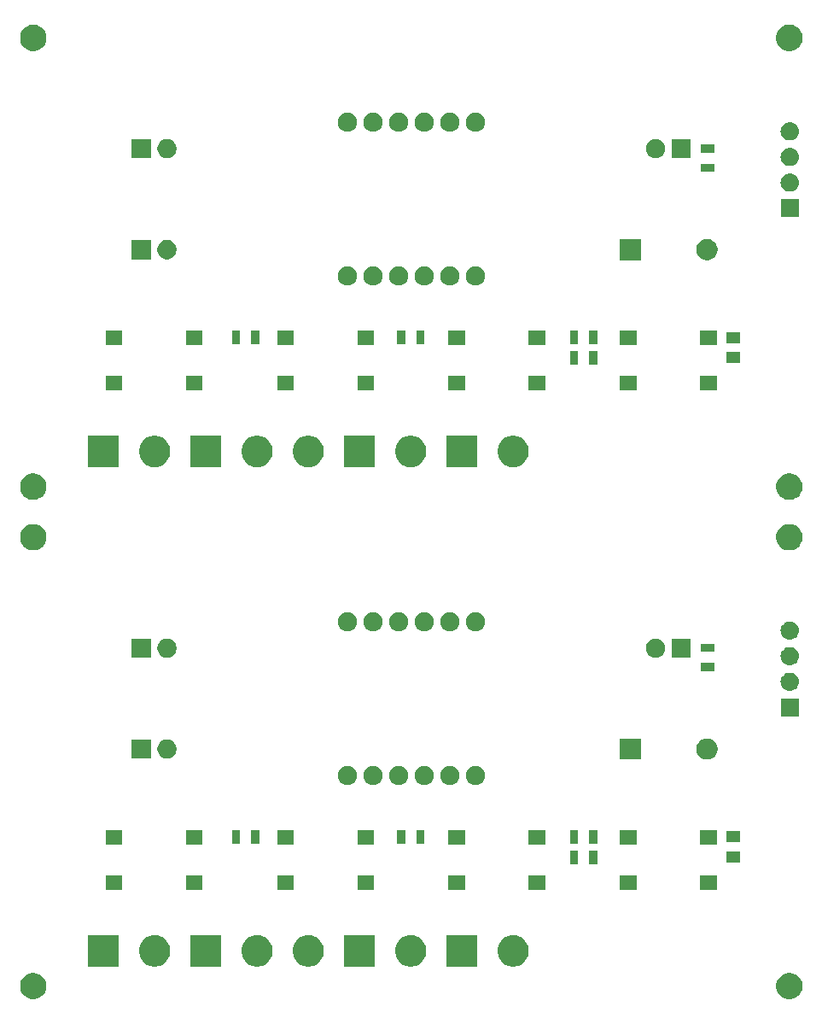
<source format=gbr>
%TF.GenerationSoftware,KiCad,Pcbnew,(5.0.1)-3*%
%TF.CreationDate,2019-02-02T04:30:43+03:00*%
%TF.ProjectId,Thermostat_V1 - Copy,546865726D6F737461745F5631202D20,rev?*%
%TF.SameCoordinates,Original*%
%TF.FileFunction,Soldermask,Bot*%
%TF.FilePolarity,Negative*%
%FSLAX46Y46*%
G04 Gerber Fmt 4.6, Leading zero omitted, Abs format (unit mm)*
G04 Created by KiCad (PCBNEW (5.0.1)-3) date 2/2/2019 4:30:43 AM*
%MOMM*%
%LPD*%
G01*
G04 APERTURE LIST*
%ADD10C,0.100000*%
G04 APERTURE END LIST*
D10*
G36*
X97879485Y-155748996D02*
X97879487Y-155748997D01*
X97879488Y-155748997D01*
X98116255Y-155847069D01*
X98329342Y-155989449D01*
X98510551Y-156170658D01*
X98652931Y-156383745D01*
X98751004Y-156620515D01*
X98801000Y-156871861D01*
X98801000Y-157128139D01*
X98751004Y-157379485D01*
X98652931Y-157616255D01*
X98510551Y-157829342D01*
X98329342Y-158010551D01*
X98329339Y-158010553D01*
X98116255Y-158152931D01*
X97879488Y-158251003D01*
X97879487Y-158251003D01*
X97879485Y-158251004D01*
X97628139Y-158301000D01*
X97371861Y-158301000D01*
X97120515Y-158251004D01*
X97120513Y-158251003D01*
X97120512Y-158251003D01*
X96883745Y-158152931D01*
X96670661Y-158010553D01*
X96670658Y-158010551D01*
X96489449Y-157829342D01*
X96347069Y-157616255D01*
X96248996Y-157379485D01*
X96199000Y-157128139D01*
X96199000Y-156871861D01*
X96248996Y-156620515D01*
X96347069Y-156383745D01*
X96489449Y-156170658D01*
X96670658Y-155989449D01*
X96883745Y-155847069D01*
X97120512Y-155748997D01*
X97120513Y-155748997D01*
X97120515Y-155748996D01*
X97371861Y-155699000D01*
X97628139Y-155699000D01*
X97879485Y-155748996D01*
X97879485Y-155748996D01*
G37*
G36*
X22879485Y-155748996D02*
X22879487Y-155748997D01*
X22879488Y-155748997D01*
X23116255Y-155847069D01*
X23329342Y-155989449D01*
X23510551Y-156170658D01*
X23652931Y-156383745D01*
X23751004Y-156620515D01*
X23801000Y-156871861D01*
X23801000Y-157128139D01*
X23751004Y-157379485D01*
X23652931Y-157616255D01*
X23510551Y-157829342D01*
X23329342Y-158010551D01*
X23329339Y-158010553D01*
X23116255Y-158152931D01*
X22879488Y-158251003D01*
X22879487Y-158251003D01*
X22879485Y-158251004D01*
X22628139Y-158301000D01*
X22371861Y-158301000D01*
X22120515Y-158251004D01*
X22120513Y-158251003D01*
X22120512Y-158251003D01*
X21883745Y-158152931D01*
X21670661Y-158010553D01*
X21670658Y-158010551D01*
X21489449Y-157829342D01*
X21347069Y-157616255D01*
X21248996Y-157379485D01*
X21199000Y-157128139D01*
X21199000Y-156871861D01*
X21248996Y-156620515D01*
X21347069Y-156383745D01*
X21489449Y-156170658D01*
X21670658Y-155989449D01*
X21883745Y-155847069D01*
X22120512Y-155748997D01*
X22120513Y-155748997D01*
X22120515Y-155748996D01*
X22371861Y-155699000D01*
X22628139Y-155699000D01*
X22879485Y-155748996D01*
X22879485Y-155748996D01*
G37*
G36*
X34896527Y-152001736D02*
X34996410Y-152021604D01*
X35278674Y-152138521D01*
X35532705Y-152308259D01*
X35748741Y-152524295D01*
X35918479Y-152778326D01*
X36035396Y-153060590D01*
X36095000Y-153360240D01*
X36095000Y-153665760D01*
X36035396Y-153965410D01*
X35918479Y-154247674D01*
X35748741Y-154501705D01*
X35532705Y-154717741D01*
X35278674Y-154887479D01*
X34996410Y-155004396D01*
X34896527Y-155024264D01*
X34696762Y-155064000D01*
X34391238Y-155064000D01*
X34191473Y-155024264D01*
X34091590Y-155004396D01*
X33809326Y-154887479D01*
X33555295Y-154717741D01*
X33339259Y-154501705D01*
X33169521Y-154247674D01*
X33052604Y-153965410D01*
X32993000Y-153665760D01*
X32993000Y-153360240D01*
X33052604Y-153060590D01*
X33169521Y-152778326D01*
X33339259Y-152524295D01*
X33555295Y-152308259D01*
X33809326Y-152138521D01*
X34091590Y-152021604D01*
X34191473Y-152001736D01*
X34391238Y-151962000D01*
X34696762Y-151962000D01*
X34896527Y-152001736D01*
X34896527Y-152001736D01*
G37*
G36*
X31015000Y-155064000D02*
X27913000Y-155064000D01*
X27913000Y-151962000D01*
X31015000Y-151962000D01*
X31015000Y-155064000D01*
X31015000Y-155064000D01*
G37*
G36*
X70456527Y-152001736D02*
X70556410Y-152021604D01*
X70838674Y-152138521D01*
X71092705Y-152308259D01*
X71308741Y-152524295D01*
X71478479Y-152778326D01*
X71595396Y-153060590D01*
X71655000Y-153360240D01*
X71655000Y-153665760D01*
X71595396Y-153965410D01*
X71478479Y-154247674D01*
X71308741Y-154501705D01*
X71092705Y-154717741D01*
X70838674Y-154887479D01*
X70556410Y-155004396D01*
X70456527Y-155024264D01*
X70256762Y-155064000D01*
X69951238Y-155064000D01*
X69751473Y-155024264D01*
X69651590Y-155004396D01*
X69369326Y-154887479D01*
X69115295Y-154717741D01*
X68899259Y-154501705D01*
X68729521Y-154247674D01*
X68612604Y-153965410D01*
X68553000Y-153665760D01*
X68553000Y-153360240D01*
X68612604Y-153060590D01*
X68729521Y-152778326D01*
X68899259Y-152524295D01*
X69115295Y-152308259D01*
X69369326Y-152138521D01*
X69651590Y-152021604D01*
X69751473Y-152001736D01*
X69951238Y-151962000D01*
X70256762Y-151962000D01*
X70456527Y-152001736D01*
X70456527Y-152001736D01*
G37*
G36*
X66575000Y-155064000D02*
X63473000Y-155064000D01*
X63473000Y-151962000D01*
X66575000Y-151962000D01*
X66575000Y-155064000D01*
X66575000Y-155064000D01*
G37*
G36*
X60296527Y-152001736D02*
X60396410Y-152021604D01*
X60678674Y-152138521D01*
X60932705Y-152308259D01*
X61148741Y-152524295D01*
X61318479Y-152778326D01*
X61435396Y-153060590D01*
X61495000Y-153360240D01*
X61495000Y-153665760D01*
X61435396Y-153965410D01*
X61318479Y-154247674D01*
X61148741Y-154501705D01*
X60932705Y-154717741D01*
X60678674Y-154887479D01*
X60396410Y-155004396D01*
X60296527Y-155024264D01*
X60096762Y-155064000D01*
X59791238Y-155064000D01*
X59591473Y-155024264D01*
X59491590Y-155004396D01*
X59209326Y-154887479D01*
X58955295Y-154717741D01*
X58739259Y-154501705D01*
X58569521Y-154247674D01*
X58452604Y-153965410D01*
X58393000Y-153665760D01*
X58393000Y-153360240D01*
X58452604Y-153060590D01*
X58569521Y-152778326D01*
X58739259Y-152524295D01*
X58955295Y-152308259D01*
X59209326Y-152138521D01*
X59491590Y-152021604D01*
X59591473Y-152001736D01*
X59791238Y-151962000D01*
X60096762Y-151962000D01*
X60296527Y-152001736D01*
X60296527Y-152001736D01*
G37*
G36*
X50136527Y-152001736D02*
X50236410Y-152021604D01*
X50518674Y-152138521D01*
X50772705Y-152308259D01*
X50988741Y-152524295D01*
X51158479Y-152778326D01*
X51275396Y-153060590D01*
X51335000Y-153360240D01*
X51335000Y-153665760D01*
X51275396Y-153965410D01*
X51158479Y-154247674D01*
X50988741Y-154501705D01*
X50772705Y-154717741D01*
X50518674Y-154887479D01*
X50236410Y-155004396D01*
X50136527Y-155024264D01*
X49936762Y-155064000D01*
X49631238Y-155064000D01*
X49431473Y-155024264D01*
X49331590Y-155004396D01*
X49049326Y-154887479D01*
X48795295Y-154717741D01*
X48579259Y-154501705D01*
X48409521Y-154247674D01*
X48292604Y-153965410D01*
X48233000Y-153665760D01*
X48233000Y-153360240D01*
X48292604Y-153060590D01*
X48409521Y-152778326D01*
X48579259Y-152524295D01*
X48795295Y-152308259D01*
X49049326Y-152138521D01*
X49331590Y-152021604D01*
X49431473Y-152001736D01*
X49631238Y-151962000D01*
X49936762Y-151962000D01*
X50136527Y-152001736D01*
X50136527Y-152001736D01*
G37*
G36*
X45056527Y-152001736D02*
X45156410Y-152021604D01*
X45438674Y-152138521D01*
X45692705Y-152308259D01*
X45908741Y-152524295D01*
X46078479Y-152778326D01*
X46195396Y-153060590D01*
X46255000Y-153360240D01*
X46255000Y-153665760D01*
X46195396Y-153965410D01*
X46078479Y-154247674D01*
X45908741Y-154501705D01*
X45692705Y-154717741D01*
X45438674Y-154887479D01*
X45156410Y-155004396D01*
X45056527Y-155024264D01*
X44856762Y-155064000D01*
X44551238Y-155064000D01*
X44351473Y-155024264D01*
X44251590Y-155004396D01*
X43969326Y-154887479D01*
X43715295Y-154717741D01*
X43499259Y-154501705D01*
X43329521Y-154247674D01*
X43212604Y-153965410D01*
X43153000Y-153665760D01*
X43153000Y-153360240D01*
X43212604Y-153060590D01*
X43329521Y-152778326D01*
X43499259Y-152524295D01*
X43715295Y-152308259D01*
X43969326Y-152138521D01*
X44251590Y-152021604D01*
X44351473Y-152001736D01*
X44551238Y-151962000D01*
X44856762Y-151962000D01*
X45056527Y-152001736D01*
X45056527Y-152001736D01*
G37*
G36*
X41175000Y-155064000D02*
X38073000Y-155064000D01*
X38073000Y-151962000D01*
X41175000Y-151962000D01*
X41175000Y-155064000D01*
X41175000Y-155064000D01*
G37*
G36*
X56415000Y-155064000D02*
X53313000Y-155064000D01*
X53313000Y-151962000D01*
X56415000Y-151962000D01*
X56415000Y-155064000D01*
X56415000Y-155064000D01*
G37*
G36*
X73306000Y-147451000D02*
X71654000Y-147451000D01*
X71654000Y-146049000D01*
X73306000Y-146049000D01*
X73306000Y-147451000D01*
X73306000Y-147451000D01*
G37*
G36*
X65346000Y-147451000D02*
X63694000Y-147451000D01*
X63694000Y-146049000D01*
X65346000Y-146049000D01*
X65346000Y-147451000D01*
X65346000Y-147451000D01*
G37*
G36*
X56306000Y-147451000D02*
X54654000Y-147451000D01*
X54654000Y-146049000D01*
X56306000Y-146049000D01*
X56306000Y-147451000D01*
X56306000Y-147451000D01*
G37*
G36*
X48346000Y-147451000D02*
X46694000Y-147451000D01*
X46694000Y-146049000D01*
X48346000Y-146049000D01*
X48346000Y-147451000D01*
X48346000Y-147451000D01*
G37*
G36*
X82346000Y-147451000D02*
X80694000Y-147451000D01*
X80694000Y-146049000D01*
X82346000Y-146049000D01*
X82346000Y-147451000D01*
X82346000Y-147451000D01*
G37*
G36*
X39306000Y-147451000D02*
X37654000Y-147451000D01*
X37654000Y-146049000D01*
X39306000Y-146049000D01*
X39306000Y-147451000D01*
X39306000Y-147451000D01*
G37*
G36*
X31346000Y-147451000D02*
X29694000Y-147451000D01*
X29694000Y-146049000D01*
X31346000Y-146049000D01*
X31346000Y-147451000D01*
X31346000Y-147451000D01*
G37*
G36*
X90306000Y-147451000D02*
X88654000Y-147451000D01*
X88654000Y-146049000D01*
X90306000Y-146049000D01*
X90306000Y-147451000D01*
X90306000Y-147451000D01*
G37*
G36*
X78440000Y-144943000D02*
X77638000Y-144943000D01*
X77638000Y-143541000D01*
X78440000Y-143541000D01*
X78440000Y-144943000D01*
X78440000Y-144943000D01*
G37*
G36*
X76540000Y-144943000D02*
X75738000Y-144943000D01*
X75738000Y-143541000D01*
X76540000Y-143541000D01*
X76540000Y-144943000D01*
X76540000Y-144943000D01*
G37*
G36*
X92624000Y-144777000D02*
X91272000Y-144777000D01*
X91272000Y-143675000D01*
X92624000Y-143675000D01*
X92624000Y-144777000D01*
X92624000Y-144777000D01*
G37*
G36*
X90306000Y-142951000D02*
X88654000Y-142951000D01*
X88654000Y-141549000D01*
X90306000Y-141549000D01*
X90306000Y-142951000D01*
X90306000Y-142951000D01*
G37*
G36*
X39306000Y-142951000D02*
X37654000Y-142951000D01*
X37654000Y-141549000D01*
X39306000Y-141549000D01*
X39306000Y-142951000D01*
X39306000Y-142951000D01*
G37*
G36*
X31346000Y-142951000D02*
X29694000Y-142951000D01*
X29694000Y-141549000D01*
X31346000Y-141549000D01*
X31346000Y-142951000D01*
X31346000Y-142951000D01*
G37*
G36*
X82346000Y-142951000D02*
X80694000Y-142951000D01*
X80694000Y-141549000D01*
X82346000Y-141549000D01*
X82346000Y-142951000D01*
X82346000Y-142951000D01*
G37*
G36*
X65346000Y-142951000D02*
X63694000Y-142951000D01*
X63694000Y-141549000D01*
X65346000Y-141549000D01*
X65346000Y-142951000D01*
X65346000Y-142951000D01*
G37*
G36*
X73306000Y-142951000D02*
X71654000Y-142951000D01*
X71654000Y-141549000D01*
X73306000Y-141549000D01*
X73306000Y-142951000D01*
X73306000Y-142951000D01*
G37*
G36*
X48346000Y-142951000D02*
X46694000Y-142951000D01*
X46694000Y-141549000D01*
X48346000Y-141549000D01*
X48346000Y-142951000D01*
X48346000Y-142951000D01*
G37*
G36*
X56306000Y-142951000D02*
X54654000Y-142951000D01*
X54654000Y-141549000D01*
X56306000Y-141549000D01*
X56306000Y-142951000D01*
X56306000Y-142951000D01*
G37*
G36*
X43012000Y-142911000D02*
X42210000Y-142911000D01*
X42210000Y-141509000D01*
X43012000Y-141509000D01*
X43012000Y-142911000D01*
X43012000Y-142911000D01*
G37*
G36*
X44912000Y-142911000D02*
X44110000Y-142911000D01*
X44110000Y-141509000D01*
X44912000Y-141509000D01*
X44912000Y-142911000D01*
X44912000Y-142911000D01*
G37*
G36*
X61295000Y-142911000D02*
X60493000Y-142911000D01*
X60493000Y-141509000D01*
X61295000Y-141509000D01*
X61295000Y-142911000D01*
X61295000Y-142911000D01*
G37*
G36*
X59395000Y-142911000D02*
X58593000Y-142911000D01*
X58593000Y-141509000D01*
X59395000Y-141509000D01*
X59395000Y-142911000D01*
X59395000Y-142911000D01*
G37*
G36*
X78440000Y-142911000D02*
X77638000Y-142911000D01*
X77638000Y-141509000D01*
X78440000Y-141509000D01*
X78440000Y-142911000D01*
X78440000Y-142911000D01*
G37*
G36*
X76540000Y-142911000D02*
X75738000Y-142911000D01*
X75738000Y-141509000D01*
X76540000Y-141509000D01*
X76540000Y-142911000D01*
X76540000Y-142911000D01*
G37*
G36*
X92624000Y-142777000D02*
X91272000Y-142777000D01*
X91272000Y-141675000D01*
X92624000Y-141675000D01*
X92624000Y-142777000D01*
X92624000Y-142777000D01*
G37*
G36*
X59007396Y-135205546D02*
X59180466Y-135277234D01*
X59336230Y-135381312D01*
X59468688Y-135513770D01*
X59572766Y-135669534D01*
X59644454Y-135842604D01*
X59681000Y-136026333D01*
X59681000Y-136213667D01*
X59644454Y-136397396D01*
X59572766Y-136570466D01*
X59468688Y-136726230D01*
X59336230Y-136858688D01*
X59180466Y-136962766D01*
X59007396Y-137034454D01*
X58823667Y-137071000D01*
X58636333Y-137071000D01*
X58452604Y-137034454D01*
X58279534Y-136962766D01*
X58123770Y-136858688D01*
X57991312Y-136726230D01*
X57887234Y-136570466D01*
X57815546Y-136397396D01*
X57779000Y-136213667D01*
X57779000Y-136026333D01*
X57815546Y-135842604D01*
X57887234Y-135669534D01*
X57991312Y-135513770D01*
X58123770Y-135381312D01*
X58279534Y-135277234D01*
X58452604Y-135205546D01*
X58636333Y-135169000D01*
X58823667Y-135169000D01*
X59007396Y-135205546D01*
X59007396Y-135205546D01*
G37*
G36*
X53927396Y-135205546D02*
X54100466Y-135277234D01*
X54256230Y-135381312D01*
X54388688Y-135513770D01*
X54492766Y-135669534D01*
X54564454Y-135842604D01*
X54601000Y-136026333D01*
X54601000Y-136213667D01*
X54564454Y-136397396D01*
X54492766Y-136570466D01*
X54388688Y-136726230D01*
X54256230Y-136858688D01*
X54100466Y-136962766D01*
X53927396Y-137034454D01*
X53743667Y-137071000D01*
X53556333Y-137071000D01*
X53372604Y-137034454D01*
X53199534Y-136962766D01*
X53043770Y-136858688D01*
X52911312Y-136726230D01*
X52807234Y-136570466D01*
X52735546Y-136397396D01*
X52699000Y-136213667D01*
X52699000Y-136026333D01*
X52735546Y-135842604D01*
X52807234Y-135669534D01*
X52911312Y-135513770D01*
X53043770Y-135381312D01*
X53199534Y-135277234D01*
X53372604Y-135205546D01*
X53556333Y-135169000D01*
X53743667Y-135169000D01*
X53927396Y-135205546D01*
X53927396Y-135205546D01*
G37*
G36*
X56467396Y-135205546D02*
X56640466Y-135277234D01*
X56796230Y-135381312D01*
X56928688Y-135513770D01*
X57032766Y-135669534D01*
X57104454Y-135842604D01*
X57141000Y-136026333D01*
X57141000Y-136213667D01*
X57104454Y-136397396D01*
X57032766Y-136570466D01*
X56928688Y-136726230D01*
X56796230Y-136858688D01*
X56640466Y-136962766D01*
X56467396Y-137034454D01*
X56283667Y-137071000D01*
X56096333Y-137071000D01*
X55912604Y-137034454D01*
X55739534Y-136962766D01*
X55583770Y-136858688D01*
X55451312Y-136726230D01*
X55347234Y-136570466D01*
X55275546Y-136397396D01*
X55239000Y-136213667D01*
X55239000Y-136026333D01*
X55275546Y-135842604D01*
X55347234Y-135669534D01*
X55451312Y-135513770D01*
X55583770Y-135381312D01*
X55739534Y-135277234D01*
X55912604Y-135205546D01*
X56096333Y-135169000D01*
X56283667Y-135169000D01*
X56467396Y-135205546D01*
X56467396Y-135205546D01*
G37*
G36*
X61547396Y-135205546D02*
X61720466Y-135277234D01*
X61876230Y-135381312D01*
X62008688Y-135513770D01*
X62112766Y-135669534D01*
X62184454Y-135842604D01*
X62221000Y-136026333D01*
X62221000Y-136213667D01*
X62184454Y-136397396D01*
X62112766Y-136570466D01*
X62008688Y-136726230D01*
X61876230Y-136858688D01*
X61720466Y-136962766D01*
X61547396Y-137034454D01*
X61363667Y-137071000D01*
X61176333Y-137071000D01*
X60992604Y-137034454D01*
X60819534Y-136962766D01*
X60663770Y-136858688D01*
X60531312Y-136726230D01*
X60427234Y-136570466D01*
X60355546Y-136397396D01*
X60319000Y-136213667D01*
X60319000Y-136026333D01*
X60355546Y-135842604D01*
X60427234Y-135669534D01*
X60531312Y-135513770D01*
X60663770Y-135381312D01*
X60819534Y-135277234D01*
X60992604Y-135205546D01*
X61176333Y-135169000D01*
X61363667Y-135169000D01*
X61547396Y-135205546D01*
X61547396Y-135205546D01*
G37*
G36*
X64087396Y-135205546D02*
X64260466Y-135277234D01*
X64416230Y-135381312D01*
X64548688Y-135513770D01*
X64652766Y-135669534D01*
X64724454Y-135842604D01*
X64761000Y-136026333D01*
X64761000Y-136213667D01*
X64724454Y-136397396D01*
X64652766Y-136570466D01*
X64548688Y-136726230D01*
X64416230Y-136858688D01*
X64260466Y-136962766D01*
X64087396Y-137034454D01*
X63903667Y-137071000D01*
X63716333Y-137071000D01*
X63532604Y-137034454D01*
X63359534Y-136962766D01*
X63203770Y-136858688D01*
X63071312Y-136726230D01*
X62967234Y-136570466D01*
X62895546Y-136397396D01*
X62859000Y-136213667D01*
X62859000Y-136026333D01*
X62895546Y-135842604D01*
X62967234Y-135669534D01*
X63071312Y-135513770D01*
X63203770Y-135381312D01*
X63359534Y-135277234D01*
X63532604Y-135205546D01*
X63716333Y-135169000D01*
X63903667Y-135169000D01*
X64087396Y-135205546D01*
X64087396Y-135205546D01*
G37*
G36*
X66627396Y-135205546D02*
X66800466Y-135277234D01*
X66956230Y-135381312D01*
X67088688Y-135513770D01*
X67192766Y-135669534D01*
X67264454Y-135842604D01*
X67301000Y-136026333D01*
X67301000Y-136213667D01*
X67264454Y-136397396D01*
X67192766Y-136570466D01*
X67088688Y-136726230D01*
X66956230Y-136858688D01*
X66800466Y-136962766D01*
X66627396Y-137034454D01*
X66443667Y-137071000D01*
X66256333Y-137071000D01*
X66072604Y-137034454D01*
X65899534Y-136962766D01*
X65743770Y-136858688D01*
X65611312Y-136726230D01*
X65507234Y-136570466D01*
X65435546Y-136397396D01*
X65399000Y-136213667D01*
X65399000Y-136026333D01*
X65435546Y-135842604D01*
X65507234Y-135669534D01*
X65611312Y-135513770D01*
X65743770Y-135381312D01*
X65899534Y-135277234D01*
X66072604Y-135205546D01*
X66256333Y-135169000D01*
X66443667Y-135169000D01*
X66627396Y-135205546D01*
X66627396Y-135205546D01*
G37*
G36*
X89631065Y-132489389D02*
X89822334Y-132568615D01*
X89994476Y-132683637D01*
X90140863Y-132830024D01*
X90255885Y-133002166D01*
X90335111Y-133193435D01*
X90375500Y-133396484D01*
X90375500Y-133603516D01*
X90335111Y-133806565D01*
X90255885Y-133997834D01*
X90140863Y-134169976D01*
X89994476Y-134316363D01*
X89822334Y-134431385D01*
X89631065Y-134510611D01*
X89428016Y-134551000D01*
X89220984Y-134551000D01*
X89017935Y-134510611D01*
X88826666Y-134431385D01*
X88654524Y-134316363D01*
X88508137Y-134169976D01*
X88393115Y-133997834D01*
X88313889Y-133806565D01*
X88273500Y-133603516D01*
X88273500Y-133396484D01*
X88313889Y-133193435D01*
X88393115Y-133002166D01*
X88508137Y-132830024D01*
X88654524Y-132683637D01*
X88826666Y-132568615D01*
X89017935Y-132489389D01*
X89220984Y-132449000D01*
X89428016Y-132449000D01*
X89631065Y-132489389D01*
X89631065Y-132489389D01*
G37*
G36*
X82775500Y-134551000D02*
X80673500Y-134551000D01*
X80673500Y-132449000D01*
X82775500Y-132449000D01*
X82775500Y-134551000D01*
X82775500Y-134551000D01*
G37*
G36*
X34181000Y-134451000D02*
X32279000Y-134451000D01*
X32279000Y-132549000D01*
X34181000Y-132549000D01*
X34181000Y-134451000D01*
X34181000Y-134451000D01*
G37*
G36*
X36047396Y-132585546D02*
X36220466Y-132657234D01*
X36376230Y-132761312D01*
X36508688Y-132893770D01*
X36612766Y-133049534D01*
X36684454Y-133222604D01*
X36721000Y-133406333D01*
X36721000Y-133593667D01*
X36684454Y-133777396D01*
X36612766Y-133950466D01*
X36508688Y-134106230D01*
X36376230Y-134238688D01*
X36220466Y-134342766D01*
X36047396Y-134414454D01*
X35863667Y-134451000D01*
X35676333Y-134451000D01*
X35492604Y-134414454D01*
X35319534Y-134342766D01*
X35163770Y-134238688D01*
X35031312Y-134106230D01*
X34927234Y-133950466D01*
X34855546Y-133777396D01*
X34819000Y-133593667D01*
X34819000Y-133406333D01*
X34855546Y-133222604D01*
X34927234Y-133049534D01*
X35031312Y-132893770D01*
X35163770Y-132761312D01*
X35319534Y-132657234D01*
X35492604Y-132585546D01*
X35676333Y-132549000D01*
X35863667Y-132549000D01*
X36047396Y-132585546D01*
X36047396Y-132585546D01*
G37*
G36*
X98437000Y-130284000D02*
X96635000Y-130284000D01*
X96635000Y-128482000D01*
X98437000Y-128482000D01*
X98437000Y-130284000D01*
X98437000Y-130284000D01*
G37*
G36*
X97646442Y-125948518D02*
X97712627Y-125955037D01*
X97825853Y-125989384D01*
X97882467Y-126006557D01*
X98021087Y-126080652D01*
X98038991Y-126090222D01*
X98074729Y-126119552D01*
X98176186Y-126202814D01*
X98259448Y-126304271D01*
X98288778Y-126340009D01*
X98288779Y-126340011D01*
X98372443Y-126496533D01*
X98372443Y-126496534D01*
X98423963Y-126666373D01*
X98441359Y-126843000D01*
X98423963Y-127019627D01*
X98389616Y-127132853D01*
X98372443Y-127189467D01*
X98298348Y-127328087D01*
X98288778Y-127345991D01*
X98259448Y-127381729D01*
X98176186Y-127483186D01*
X98074729Y-127566448D01*
X98038991Y-127595778D01*
X98038989Y-127595779D01*
X97882467Y-127679443D01*
X97825853Y-127696616D01*
X97712627Y-127730963D01*
X97646442Y-127737482D01*
X97580260Y-127744000D01*
X97491740Y-127744000D01*
X97425558Y-127737482D01*
X97359373Y-127730963D01*
X97246147Y-127696616D01*
X97189533Y-127679443D01*
X97033011Y-127595779D01*
X97033009Y-127595778D01*
X96997271Y-127566448D01*
X96895814Y-127483186D01*
X96812552Y-127381729D01*
X96783222Y-127345991D01*
X96773652Y-127328087D01*
X96699557Y-127189467D01*
X96682384Y-127132853D01*
X96648037Y-127019627D01*
X96630641Y-126843000D01*
X96648037Y-126666373D01*
X96699557Y-126496534D01*
X96699557Y-126496533D01*
X96783221Y-126340011D01*
X96783222Y-126340009D01*
X96812552Y-126304271D01*
X96895814Y-126202814D01*
X96997271Y-126119552D01*
X97033009Y-126090222D01*
X97050913Y-126080652D01*
X97189533Y-126006557D01*
X97246147Y-125989384D01*
X97359373Y-125955037D01*
X97425558Y-125948518D01*
X97491740Y-125942000D01*
X97580260Y-125942000D01*
X97646442Y-125948518D01*
X97646442Y-125948518D01*
G37*
G36*
X90109000Y-125781000D02*
X88707000Y-125781000D01*
X88707000Y-124979000D01*
X90109000Y-124979000D01*
X90109000Y-125781000D01*
X90109000Y-125781000D01*
G37*
G36*
X97624273Y-123406335D02*
X97712627Y-123415037D01*
X97825853Y-123449384D01*
X97882467Y-123466557D01*
X98021087Y-123540652D01*
X98038991Y-123550222D01*
X98074729Y-123579552D01*
X98176186Y-123662814D01*
X98259448Y-123764271D01*
X98288778Y-123800009D01*
X98288779Y-123800011D01*
X98372443Y-123956533D01*
X98372443Y-123956534D01*
X98423963Y-124126373D01*
X98441359Y-124303000D01*
X98423963Y-124479627D01*
X98389616Y-124592853D01*
X98372443Y-124649467D01*
X98298348Y-124788087D01*
X98288778Y-124805991D01*
X98259448Y-124841729D01*
X98176186Y-124943186D01*
X98074729Y-125026448D01*
X98038991Y-125055778D01*
X98038989Y-125055779D01*
X97882467Y-125139443D01*
X97825853Y-125156616D01*
X97712627Y-125190963D01*
X97646443Y-125197481D01*
X97580260Y-125204000D01*
X97491740Y-125204000D01*
X97425557Y-125197481D01*
X97359373Y-125190963D01*
X97246147Y-125156616D01*
X97189533Y-125139443D01*
X97033011Y-125055779D01*
X97033009Y-125055778D01*
X96997271Y-125026448D01*
X96895814Y-124943186D01*
X96812552Y-124841729D01*
X96783222Y-124805991D01*
X96773652Y-124788087D01*
X96699557Y-124649467D01*
X96682384Y-124592853D01*
X96648037Y-124479627D01*
X96630641Y-124303000D01*
X96648037Y-124126373D01*
X96699557Y-123956534D01*
X96699557Y-123956533D01*
X96783221Y-123800011D01*
X96783222Y-123800009D01*
X96812552Y-123764271D01*
X96895814Y-123662814D01*
X96997271Y-123579552D01*
X97033009Y-123550222D01*
X97050913Y-123540652D01*
X97189533Y-123466557D01*
X97246147Y-123449384D01*
X97359373Y-123415037D01*
X97447727Y-123406335D01*
X97491740Y-123402000D01*
X97580260Y-123402000D01*
X97624273Y-123406335D01*
X97624273Y-123406335D01*
G37*
G36*
X36047396Y-122585546D02*
X36220466Y-122657234D01*
X36376230Y-122761312D01*
X36508688Y-122893770D01*
X36612766Y-123049534D01*
X36684454Y-123222604D01*
X36721000Y-123406333D01*
X36721000Y-123593667D01*
X36684454Y-123777396D01*
X36612766Y-123950466D01*
X36508688Y-124106230D01*
X36376230Y-124238688D01*
X36220466Y-124342766D01*
X36047396Y-124414454D01*
X35863667Y-124451000D01*
X35676333Y-124451000D01*
X35492604Y-124414454D01*
X35319534Y-124342766D01*
X35163770Y-124238688D01*
X35031312Y-124106230D01*
X34927234Y-123950466D01*
X34855546Y-123777396D01*
X34819000Y-123593667D01*
X34819000Y-123406333D01*
X34855546Y-123222604D01*
X34927234Y-123049534D01*
X35031312Y-122893770D01*
X35163770Y-122761312D01*
X35319534Y-122657234D01*
X35492604Y-122585546D01*
X35676333Y-122549000D01*
X35863667Y-122549000D01*
X36047396Y-122585546D01*
X36047396Y-122585546D01*
G37*
G36*
X87721000Y-124451000D02*
X85819000Y-124451000D01*
X85819000Y-122549000D01*
X87721000Y-122549000D01*
X87721000Y-124451000D01*
X87721000Y-124451000D01*
G37*
G36*
X34181000Y-124451000D02*
X32279000Y-124451000D01*
X32279000Y-122549000D01*
X34181000Y-122549000D01*
X34181000Y-124451000D01*
X34181000Y-124451000D01*
G37*
G36*
X84507396Y-122585546D02*
X84680466Y-122657234D01*
X84836230Y-122761312D01*
X84968688Y-122893770D01*
X85072766Y-123049534D01*
X85144454Y-123222604D01*
X85181000Y-123406333D01*
X85181000Y-123593667D01*
X85144454Y-123777396D01*
X85072766Y-123950466D01*
X84968688Y-124106230D01*
X84836230Y-124238688D01*
X84680466Y-124342766D01*
X84507396Y-124414454D01*
X84323667Y-124451000D01*
X84136333Y-124451000D01*
X83952604Y-124414454D01*
X83779534Y-124342766D01*
X83623770Y-124238688D01*
X83491312Y-124106230D01*
X83387234Y-123950466D01*
X83315546Y-123777396D01*
X83279000Y-123593667D01*
X83279000Y-123406333D01*
X83315546Y-123222604D01*
X83387234Y-123049534D01*
X83491312Y-122893770D01*
X83623770Y-122761312D01*
X83779534Y-122657234D01*
X83952604Y-122585546D01*
X84136333Y-122549000D01*
X84323667Y-122549000D01*
X84507396Y-122585546D01*
X84507396Y-122585546D01*
G37*
G36*
X90109000Y-123881000D02*
X88707000Y-123881000D01*
X88707000Y-123079000D01*
X90109000Y-123079000D01*
X90109000Y-123881000D01*
X90109000Y-123881000D01*
G37*
G36*
X97646443Y-120868519D02*
X97712627Y-120875037D01*
X97825853Y-120909384D01*
X97882467Y-120926557D01*
X97970602Y-120973667D01*
X98038991Y-121010222D01*
X98074729Y-121039552D01*
X98176186Y-121122814D01*
X98259448Y-121224271D01*
X98288778Y-121260009D01*
X98288779Y-121260011D01*
X98372443Y-121416533D01*
X98372443Y-121416534D01*
X98423963Y-121586373D01*
X98441359Y-121763000D01*
X98423963Y-121939627D01*
X98389616Y-122052853D01*
X98372443Y-122109467D01*
X98298348Y-122248087D01*
X98288778Y-122265991D01*
X98259448Y-122301729D01*
X98176186Y-122403186D01*
X98074729Y-122486448D01*
X98038991Y-122515778D01*
X98038989Y-122515779D01*
X97882467Y-122599443D01*
X97825853Y-122616616D01*
X97712627Y-122650963D01*
X97648955Y-122657234D01*
X97580260Y-122664000D01*
X97491740Y-122664000D01*
X97423045Y-122657234D01*
X97359373Y-122650963D01*
X97246147Y-122616616D01*
X97189533Y-122599443D01*
X97033011Y-122515779D01*
X97033009Y-122515778D01*
X96997271Y-122486448D01*
X96895814Y-122403186D01*
X96812552Y-122301729D01*
X96783222Y-122265991D01*
X96773652Y-122248087D01*
X96699557Y-122109467D01*
X96682384Y-122052853D01*
X96648037Y-121939627D01*
X96630641Y-121763000D01*
X96648037Y-121586373D01*
X96699557Y-121416534D01*
X96699557Y-121416533D01*
X96783221Y-121260011D01*
X96783222Y-121260009D01*
X96812552Y-121224271D01*
X96895814Y-121122814D01*
X96997271Y-121039552D01*
X97033009Y-121010222D01*
X97101398Y-120973667D01*
X97189533Y-120926557D01*
X97246147Y-120909384D01*
X97359373Y-120875037D01*
X97425557Y-120868519D01*
X97491740Y-120862000D01*
X97580260Y-120862000D01*
X97646443Y-120868519D01*
X97646443Y-120868519D01*
G37*
G36*
X66627396Y-119965546D02*
X66800466Y-120037234D01*
X66956230Y-120141312D01*
X67088688Y-120273770D01*
X67192766Y-120429534D01*
X67264454Y-120602604D01*
X67301000Y-120786333D01*
X67301000Y-120973667D01*
X67264454Y-121157396D01*
X67192766Y-121330466D01*
X67088688Y-121486230D01*
X66956230Y-121618688D01*
X66800466Y-121722766D01*
X66627396Y-121794454D01*
X66443667Y-121831000D01*
X66256333Y-121831000D01*
X66072604Y-121794454D01*
X65899534Y-121722766D01*
X65743770Y-121618688D01*
X65611312Y-121486230D01*
X65507234Y-121330466D01*
X65435546Y-121157396D01*
X65399000Y-120973667D01*
X65399000Y-120786333D01*
X65435546Y-120602604D01*
X65507234Y-120429534D01*
X65611312Y-120273770D01*
X65743770Y-120141312D01*
X65899534Y-120037234D01*
X66072604Y-119965546D01*
X66256333Y-119929000D01*
X66443667Y-119929000D01*
X66627396Y-119965546D01*
X66627396Y-119965546D01*
G37*
G36*
X53927396Y-119965546D02*
X54100466Y-120037234D01*
X54256230Y-120141312D01*
X54388688Y-120273770D01*
X54492766Y-120429534D01*
X54564454Y-120602604D01*
X54601000Y-120786333D01*
X54601000Y-120973667D01*
X54564454Y-121157396D01*
X54492766Y-121330466D01*
X54388688Y-121486230D01*
X54256230Y-121618688D01*
X54100466Y-121722766D01*
X53927396Y-121794454D01*
X53743667Y-121831000D01*
X53556333Y-121831000D01*
X53372604Y-121794454D01*
X53199534Y-121722766D01*
X53043770Y-121618688D01*
X52911312Y-121486230D01*
X52807234Y-121330466D01*
X52735546Y-121157396D01*
X52699000Y-120973667D01*
X52699000Y-120786333D01*
X52735546Y-120602604D01*
X52807234Y-120429534D01*
X52911312Y-120273770D01*
X53043770Y-120141312D01*
X53199534Y-120037234D01*
X53372604Y-119965546D01*
X53556333Y-119929000D01*
X53743667Y-119929000D01*
X53927396Y-119965546D01*
X53927396Y-119965546D01*
G37*
G36*
X56467396Y-119965546D02*
X56640466Y-120037234D01*
X56796230Y-120141312D01*
X56928688Y-120273770D01*
X57032766Y-120429534D01*
X57104454Y-120602604D01*
X57141000Y-120786333D01*
X57141000Y-120973667D01*
X57104454Y-121157396D01*
X57032766Y-121330466D01*
X56928688Y-121486230D01*
X56796230Y-121618688D01*
X56640466Y-121722766D01*
X56467396Y-121794454D01*
X56283667Y-121831000D01*
X56096333Y-121831000D01*
X55912604Y-121794454D01*
X55739534Y-121722766D01*
X55583770Y-121618688D01*
X55451312Y-121486230D01*
X55347234Y-121330466D01*
X55275546Y-121157396D01*
X55239000Y-120973667D01*
X55239000Y-120786333D01*
X55275546Y-120602604D01*
X55347234Y-120429534D01*
X55451312Y-120273770D01*
X55583770Y-120141312D01*
X55739534Y-120037234D01*
X55912604Y-119965546D01*
X56096333Y-119929000D01*
X56283667Y-119929000D01*
X56467396Y-119965546D01*
X56467396Y-119965546D01*
G37*
G36*
X59007396Y-119965546D02*
X59180466Y-120037234D01*
X59336230Y-120141312D01*
X59468688Y-120273770D01*
X59572766Y-120429534D01*
X59644454Y-120602604D01*
X59681000Y-120786333D01*
X59681000Y-120973667D01*
X59644454Y-121157396D01*
X59572766Y-121330466D01*
X59468688Y-121486230D01*
X59336230Y-121618688D01*
X59180466Y-121722766D01*
X59007396Y-121794454D01*
X58823667Y-121831000D01*
X58636333Y-121831000D01*
X58452604Y-121794454D01*
X58279534Y-121722766D01*
X58123770Y-121618688D01*
X57991312Y-121486230D01*
X57887234Y-121330466D01*
X57815546Y-121157396D01*
X57779000Y-120973667D01*
X57779000Y-120786333D01*
X57815546Y-120602604D01*
X57887234Y-120429534D01*
X57991312Y-120273770D01*
X58123770Y-120141312D01*
X58279534Y-120037234D01*
X58452604Y-119965546D01*
X58636333Y-119929000D01*
X58823667Y-119929000D01*
X59007396Y-119965546D01*
X59007396Y-119965546D01*
G37*
G36*
X61547396Y-119965546D02*
X61720466Y-120037234D01*
X61876230Y-120141312D01*
X62008688Y-120273770D01*
X62112766Y-120429534D01*
X62184454Y-120602604D01*
X62221000Y-120786333D01*
X62221000Y-120973667D01*
X62184454Y-121157396D01*
X62112766Y-121330466D01*
X62008688Y-121486230D01*
X61876230Y-121618688D01*
X61720466Y-121722766D01*
X61547396Y-121794454D01*
X61363667Y-121831000D01*
X61176333Y-121831000D01*
X60992604Y-121794454D01*
X60819534Y-121722766D01*
X60663770Y-121618688D01*
X60531312Y-121486230D01*
X60427234Y-121330466D01*
X60355546Y-121157396D01*
X60319000Y-120973667D01*
X60319000Y-120786333D01*
X60355546Y-120602604D01*
X60427234Y-120429534D01*
X60531312Y-120273770D01*
X60663770Y-120141312D01*
X60819534Y-120037234D01*
X60992604Y-119965546D01*
X61176333Y-119929000D01*
X61363667Y-119929000D01*
X61547396Y-119965546D01*
X61547396Y-119965546D01*
G37*
G36*
X64087396Y-119965546D02*
X64260466Y-120037234D01*
X64416230Y-120141312D01*
X64548688Y-120273770D01*
X64652766Y-120429534D01*
X64724454Y-120602604D01*
X64761000Y-120786333D01*
X64761000Y-120973667D01*
X64724454Y-121157396D01*
X64652766Y-121330466D01*
X64548688Y-121486230D01*
X64416230Y-121618688D01*
X64260466Y-121722766D01*
X64087396Y-121794454D01*
X63903667Y-121831000D01*
X63716333Y-121831000D01*
X63532604Y-121794454D01*
X63359534Y-121722766D01*
X63203770Y-121618688D01*
X63071312Y-121486230D01*
X62967234Y-121330466D01*
X62895546Y-121157396D01*
X62859000Y-120973667D01*
X62859000Y-120786333D01*
X62895546Y-120602604D01*
X62967234Y-120429534D01*
X63071312Y-120273770D01*
X63203770Y-120141312D01*
X63359534Y-120037234D01*
X63532604Y-119965546D01*
X63716333Y-119929000D01*
X63903667Y-119929000D01*
X64087396Y-119965546D01*
X64087396Y-119965546D01*
G37*
G36*
X22879485Y-111248996D02*
X22879487Y-111248997D01*
X22879488Y-111248997D01*
X23116255Y-111347069D01*
X23329342Y-111489449D01*
X23510551Y-111670658D01*
X23652931Y-111883745D01*
X23751004Y-112120515D01*
X23801000Y-112371861D01*
X23801000Y-112628139D01*
X23751004Y-112879485D01*
X23652931Y-113116255D01*
X23510551Y-113329342D01*
X23329342Y-113510551D01*
X23329339Y-113510553D01*
X23116255Y-113652931D01*
X22879488Y-113751003D01*
X22879487Y-113751003D01*
X22879485Y-113751004D01*
X22628139Y-113801000D01*
X22371861Y-113801000D01*
X22120515Y-113751004D01*
X22120513Y-113751003D01*
X22120512Y-113751003D01*
X21883745Y-113652931D01*
X21670661Y-113510553D01*
X21670658Y-113510551D01*
X21489449Y-113329342D01*
X21347069Y-113116255D01*
X21248996Y-112879485D01*
X21199000Y-112628139D01*
X21199000Y-112371861D01*
X21248996Y-112120515D01*
X21347069Y-111883745D01*
X21489449Y-111670658D01*
X21670658Y-111489449D01*
X21883745Y-111347069D01*
X22120512Y-111248997D01*
X22120513Y-111248997D01*
X22120515Y-111248996D01*
X22371861Y-111199000D01*
X22628139Y-111199000D01*
X22879485Y-111248996D01*
X22879485Y-111248996D01*
G37*
G36*
X97879485Y-111248996D02*
X97879487Y-111248997D01*
X97879488Y-111248997D01*
X98116255Y-111347069D01*
X98329342Y-111489449D01*
X98510551Y-111670658D01*
X98652931Y-111883745D01*
X98751004Y-112120515D01*
X98801000Y-112371861D01*
X98801000Y-112628139D01*
X98751004Y-112879485D01*
X98652931Y-113116255D01*
X98510551Y-113329342D01*
X98329342Y-113510551D01*
X98329339Y-113510553D01*
X98116255Y-113652931D01*
X97879488Y-113751003D01*
X97879487Y-113751003D01*
X97879485Y-113751004D01*
X97628139Y-113801000D01*
X97371861Y-113801000D01*
X97120515Y-113751004D01*
X97120513Y-113751003D01*
X97120512Y-113751003D01*
X96883745Y-113652931D01*
X96670661Y-113510553D01*
X96670658Y-113510551D01*
X96489449Y-113329342D01*
X96347069Y-113116255D01*
X96248996Y-112879485D01*
X96199000Y-112628139D01*
X96199000Y-112371861D01*
X96248996Y-112120515D01*
X96347069Y-111883745D01*
X96489449Y-111670658D01*
X96670658Y-111489449D01*
X96883745Y-111347069D01*
X97120512Y-111248997D01*
X97120513Y-111248997D01*
X97120515Y-111248996D01*
X97371861Y-111199000D01*
X97628139Y-111199000D01*
X97879485Y-111248996D01*
X97879485Y-111248996D01*
G37*
G36*
X97879485Y-106248996D02*
X97879487Y-106248997D01*
X97879488Y-106248997D01*
X98116255Y-106347069D01*
X98329342Y-106489449D01*
X98510551Y-106670658D01*
X98652931Y-106883745D01*
X98751004Y-107120515D01*
X98801000Y-107371861D01*
X98801000Y-107628139D01*
X98751004Y-107879485D01*
X98652931Y-108116255D01*
X98510551Y-108329342D01*
X98329342Y-108510551D01*
X98329339Y-108510553D01*
X98116255Y-108652931D01*
X97879488Y-108751003D01*
X97879487Y-108751003D01*
X97879485Y-108751004D01*
X97628139Y-108801000D01*
X97371861Y-108801000D01*
X97120515Y-108751004D01*
X97120513Y-108751003D01*
X97120512Y-108751003D01*
X96883745Y-108652931D01*
X96670661Y-108510553D01*
X96670658Y-108510551D01*
X96489449Y-108329342D01*
X96347069Y-108116255D01*
X96248996Y-107879485D01*
X96199000Y-107628139D01*
X96199000Y-107371861D01*
X96248996Y-107120515D01*
X96347069Y-106883745D01*
X96489449Y-106670658D01*
X96670658Y-106489449D01*
X96883745Y-106347069D01*
X97120512Y-106248997D01*
X97120513Y-106248997D01*
X97120515Y-106248996D01*
X97371861Y-106199000D01*
X97628139Y-106199000D01*
X97879485Y-106248996D01*
X97879485Y-106248996D01*
G37*
G36*
X22879485Y-106248996D02*
X22879487Y-106248997D01*
X22879488Y-106248997D01*
X23116255Y-106347069D01*
X23329342Y-106489449D01*
X23510551Y-106670658D01*
X23652931Y-106883745D01*
X23751004Y-107120515D01*
X23801000Y-107371861D01*
X23801000Y-107628139D01*
X23751004Y-107879485D01*
X23652931Y-108116255D01*
X23510551Y-108329342D01*
X23329342Y-108510551D01*
X23329339Y-108510553D01*
X23116255Y-108652931D01*
X22879488Y-108751003D01*
X22879487Y-108751003D01*
X22879485Y-108751004D01*
X22628139Y-108801000D01*
X22371861Y-108801000D01*
X22120515Y-108751004D01*
X22120513Y-108751003D01*
X22120512Y-108751003D01*
X21883745Y-108652931D01*
X21670661Y-108510553D01*
X21670658Y-108510551D01*
X21489449Y-108329342D01*
X21347069Y-108116255D01*
X21248996Y-107879485D01*
X21199000Y-107628139D01*
X21199000Y-107371861D01*
X21248996Y-107120515D01*
X21347069Y-106883745D01*
X21489449Y-106670658D01*
X21670658Y-106489449D01*
X21883745Y-106347069D01*
X22120512Y-106248997D01*
X22120513Y-106248997D01*
X22120515Y-106248996D01*
X22371861Y-106199000D01*
X22628139Y-106199000D01*
X22879485Y-106248996D01*
X22879485Y-106248996D01*
G37*
G36*
X70456527Y-102501736D02*
X70556410Y-102521604D01*
X70838674Y-102638521D01*
X71092705Y-102808259D01*
X71308741Y-103024295D01*
X71478479Y-103278326D01*
X71595396Y-103560590D01*
X71655000Y-103860240D01*
X71655000Y-104165760D01*
X71595396Y-104465410D01*
X71478479Y-104747674D01*
X71308741Y-105001705D01*
X71092705Y-105217741D01*
X70838674Y-105387479D01*
X70556410Y-105504396D01*
X70456527Y-105524264D01*
X70256762Y-105564000D01*
X69951238Y-105564000D01*
X69751473Y-105524264D01*
X69651590Y-105504396D01*
X69369326Y-105387479D01*
X69115295Y-105217741D01*
X68899259Y-105001705D01*
X68729521Y-104747674D01*
X68612604Y-104465410D01*
X68553000Y-104165760D01*
X68553000Y-103860240D01*
X68612604Y-103560590D01*
X68729521Y-103278326D01*
X68899259Y-103024295D01*
X69115295Y-102808259D01*
X69369326Y-102638521D01*
X69651590Y-102521604D01*
X69751473Y-102501736D01*
X69951238Y-102462000D01*
X70256762Y-102462000D01*
X70456527Y-102501736D01*
X70456527Y-102501736D01*
G37*
G36*
X66575000Y-105564000D02*
X63473000Y-105564000D01*
X63473000Y-102462000D01*
X66575000Y-102462000D01*
X66575000Y-105564000D01*
X66575000Y-105564000D01*
G37*
G36*
X60296527Y-102501736D02*
X60396410Y-102521604D01*
X60678674Y-102638521D01*
X60932705Y-102808259D01*
X61148741Y-103024295D01*
X61318479Y-103278326D01*
X61435396Y-103560590D01*
X61495000Y-103860240D01*
X61495000Y-104165760D01*
X61435396Y-104465410D01*
X61318479Y-104747674D01*
X61148741Y-105001705D01*
X60932705Y-105217741D01*
X60678674Y-105387479D01*
X60396410Y-105504396D01*
X60296527Y-105524264D01*
X60096762Y-105564000D01*
X59791238Y-105564000D01*
X59591473Y-105524264D01*
X59491590Y-105504396D01*
X59209326Y-105387479D01*
X58955295Y-105217741D01*
X58739259Y-105001705D01*
X58569521Y-104747674D01*
X58452604Y-104465410D01*
X58393000Y-104165760D01*
X58393000Y-103860240D01*
X58452604Y-103560590D01*
X58569521Y-103278326D01*
X58739259Y-103024295D01*
X58955295Y-102808259D01*
X59209326Y-102638521D01*
X59491590Y-102521604D01*
X59591473Y-102501736D01*
X59791238Y-102462000D01*
X60096762Y-102462000D01*
X60296527Y-102501736D01*
X60296527Y-102501736D01*
G37*
G36*
X56415000Y-105564000D02*
X53313000Y-105564000D01*
X53313000Y-102462000D01*
X56415000Y-102462000D01*
X56415000Y-105564000D01*
X56415000Y-105564000D01*
G37*
G36*
X50136527Y-102501736D02*
X50236410Y-102521604D01*
X50518674Y-102638521D01*
X50772705Y-102808259D01*
X50988741Y-103024295D01*
X51158479Y-103278326D01*
X51275396Y-103560590D01*
X51335000Y-103860240D01*
X51335000Y-104165760D01*
X51275396Y-104465410D01*
X51158479Y-104747674D01*
X50988741Y-105001705D01*
X50772705Y-105217741D01*
X50518674Y-105387479D01*
X50236410Y-105504396D01*
X50136527Y-105524264D01*
X49936762Y-105564000D01*
X49631238Y-105564000D01*
X49431473Y-105524264D01*
X49331590Y-105504396D01*
X49049326Y-105387479D01*
X48795295Y-105217741D01*
X48579259Y-105001705D01*
X48409521Y-104747674D01*
X48292604Y-104465410D01*
X48233000Y-104165760D01*
X48233000Y-103860240D01*
X48292604Y-103560590D01*
X48409521Y-103278326D01*
X48579259Y-103024295D01*
X48795295Y-102808259D01*
X49049326Y-102638521D01*
X49331590Y-102521604D01*
X49431473Y-102501736D01*
X49631238Y-102462000D01*
X49936762Y-102462000D01*
X50136527Y-102501736D01*
X50136527Y-102501736D01*
G37*
G36*
X41175000Y-105564000D02*
X38073000Y-105564000D01*
X38073000Y-102462000D01*
X41175000Y-102462000D01*
X41175000Y-105564000D01*
X41175000Y-105564000D01*
G37*
G36*
X34896527Y-102501736D02*
X34996410Y-102521604D01*
X35278674Y-102638521D01*
X35532705Y-102808259D01*
X35748741Y-103024295D01*
X35918479Y-103278326D01*
X36035396Y-103560590D01*
X36095000Y-103860240D01*
X36095000Y-104165760D01*
X36035396Y-104465410D01*
X35918479Y-104747674D01*
X35748741Y-105001705D01*
X35532705Y-105217741D01*
X35278674Y-105387479D01*
X34996410Y-105504396D01*
X34896527Y-105524264D01*
X34696762Y-105564000D01*
X34391238Y-105564000D01*
X34191473Y-105524264D01*
X34091590Y-105504396D01*
X33809326Y-105387479D01*
X33555295Y-105217741D01*
X33339259Y-105001705D01*
X33169521Y-104747674D01*
X33052604Y-104465410D01*
X32993000Y-104165760D01*
X32993000Y-103860240D01*
X33052604Y-103560590D01*
X33169521Y-103278326D01*
X33339259Y-103024295D01*
X33555295Y-102808259D01*
X33809326Y-102638521D01*
X34091590Y-102521604D01*
X34191473Y-102501736D01*
X34391238Y-102462000D01*
X34696762Y-102462000D01*
X34896527Y-102501736D01*
X34896527Y-102501736D01*
G37*
G36*
X31015000Y-105564000D02*
X27913000Y-105564000D01*
X27913000Y-102462000D01*
X31015000Y-102462000D01*
X31015000Y-105564000D01*
X31015000Y-105564000D01*
G37*
G36*
X45056527Y-102501736D02*
X45156410Y-102521604D01*
X45438674Y-102638521D01*
X45692705Y-102808259D01*
X45908741Y-103024295D01*
X46078479Y-103278326D01*
X46195396Y-103560590D01*
X46255000Y-103860240D01*
X46255000Y-104165760D01*
X46195396Y-104465410D01*
X46078479Y-104747674D01*
X45908741Y-105001705D01*
X45692705Y-105217741D01*
X45438674Y-105387479D01*
X45156410Y-105504396D01*
X45056527Y-105524264D01*
X44856762Y-105564000D01*
X44551238Y-105564000D01*
X44351473Y-105524264D01*
X44251590Y-105504396D01*
X43969326Y-105387479D01*
X43715295Y-105217741D01*
X43499259Y-105001705D01*
X43329521Y-104747674D01*
X43212604Y-104465410D01*
X43153000Y-104165760D01*
X43153000Y-103860240D01*
X43212604Y-103560590D01*
X43329521Y-103278326D01*
X43499259Y-103024295D01*
X43715295Y-102808259D01*
X43969326Y-102638521D01*
X44251590Y-102521604D01*
X44351473Y-102501736D01*
X44551238Y-102462000D01*
X44856762Y-102462000D01*
X45056527Y-102501736D01*
X45056527Y-102501736D01*
G37*
G36*
X65346000Y-97951000D02*
X63694000Y-97951000D01*
X63694000Y-96549000D01*
X65346000Y-96549000D01*
X65346000Y-97951000D01*
X65346000Y-97951000D01*
G37*
G36*
X90306000Y-97951000D02*
X88654000Y-97951000D01*
X88654000Y-96549000D01*
X90306000Y-96549000D01*
X90306000Y-97951000D01*
X90306000Y-97951000D01*
G37*
G36*
X82346000Y-97951000D02*
X80694000Y-97951000D01*
X80694000Y-96549000D01*
X82346000Y-96549000D01*
X82346000Y-97951000D01*
X82346000Y-97951000D01*
G37*
G36*
X73306000Y-97951000D02*
X71654000Y-97951000D01*
X71654000Y-96549000D01*
X73306000Y-96549000D01*
X73306000Y-97951000D01*
X73306000Y-97951000D01*
G37*
G36*
X56306000Y-97951000D02*
X54654000Y-97951000D01*
X54654000Y-96549000D01*
X56306000Y-96549000D01*
X56306000Y-97951000D01*
X56306000Y-97951000D01*
G37*
G36*
X48346000Y-97951000D02*
X46694000Y-97951000D01*
X46694000Y-96549000D01*
X48346000Y-96549000D01*
X48346000Y-97951000D01*
X48346000Y-97951000D01*
G37*
G36*
X31346000Y-97951000D02*
X29694000Y-97951000D01*
X29694000Y-96549000D01*
X31346000Y-96549000D01*
X31346000Y-97951000D01*
X31346000Y-97951000D01*
G37*
G36*
X39306000Y-97951000D02*
X37654000Y-97951000D01*
X37654000Y-96549000D01*
X39306000Y-96549000D01*
X39306000Y-97951000D01*
X39306000Y-97951000D01*
G37*
G36*
X78440000Y-95443000D02*
X77638000Y-95443000D01*
X77638000Y-94041000D01*
X78440000Y-94041000D01*
X78440000Y-95443000D01*
X78440000Y-95443000D01*
G37*
G36*
X76540000Y-95443000D02*
X75738000Y-95443000D01*
X75738000Y-94041000D01*
X76540000Y-94041000D01*
X76540000Y-95443000D01*
X76540000Y-95443000D01*
G37*
G36*
X92624000Y-95277000D02*
X91272000Y-95277000D01*
X91272000Y-94175000D01*
X92624000Y-94175000D01*
X92624000Y-95277000D01*
X92624000Y-95277000D01*
G37*
G36*
X90306000Y-93451000D02*
X88654000Y-93451000D01*
X88654000Y-92049000D01*
X90306000Y-92049000D01*
X90306000Y-93451000D01*
X90306000Y-93451000D01*
G37*
G36*
X31346000Y-93451000D02*
X29694000Y-93451000D01*
X29694000Y-92049000D01*
X31346000Y-92049000D01*
X31346000Y-93451000D01*
X31346000Y-93451000D01*
G37*
G36*
X39306000Y-93451000D02*
X37654000Y-93451000D01*
X37654000Y-92049000D01*
X39306000Y-92049000D01*
X39306000Y-93451000D01*
X39306000Y-93451000D01*
G37*
G36*
X82346000Y-93451000D02*
X80694000Y-93451000D01*
X80694000Y-92049000D01*
X82346000Y-92049000D01*
X82346000Y-93451000D01*
X82346000Y-93451000D01*
G37*
G36*
X65346000Y-93451000D02*
X63694000Y-93451000D01*
X63694000Y-92049000D01*
X65346000Y-92049000D01*
X65346000Y-93451000D01*
X65346000Y-93451000D01*
G37*
G36*
X48346000Y-93451000D02*
X46694000Y-93451000D01*
X46694000Y-92049000D01*
X48346000Y-92049000D01*
X48346000Y-93451000D01*
X48346000Y-93451000D01*
G37*
G36*
X56306000Y-93451000D02*
X54654000Y-93451000D01*
X54654000Y-92049000D01*
X56306000Y-92049000D01*
X56306000Y-93451000D01*
X56306000Y-93451000D01*
G37*
G36*
X73306000Y-93451000D02*
X71654000Y-93451000D01*
X71654000Y-92049000D01*
X73306000Y-92049000D01*
X73306000Y-93451000D01*
X73306000Y-93451000D01*
G37*
G36*
X76540000Y-93411000D02*
X75738000Y-93411000D01*
X75738000Y-92009000D01*
X76540000Y-92009000D01*
X76540000Y-93411000D01*
X76540000Y-93411000D01*
G37*
G36*
X78440000Y-93411000D02*
X77638000Y-93411000D01*
X77638000Y-92009000D01*
X78440000Y-92009000D01*
X78440000Y-93411000D01*
X78440000Y-93411000D01*
G37*
G36*
X61295000Y-93411000D02*
X60493000Y-93411000D01*
X60493000Y-92009000D01*
X61295000Y-92009000D01*
X61295000Y-93411000D01*
X61295000Y-93411000D01*
G37*
G36*
X43012000Y-93411000D02*
X42210000Y-93411000D01*
X42210000Y-92009000D01*
X43012000Y-92009000D01*
X43012000Y-93411000D01*
X43012000Y-93411000D01*
G37*
G36*
X59395000Y-93411000D02*
X58593000Y-93411000D01*
X58593000Y-92009000D01*
X59395000Y-92009000D01*
X59395000Y-93411000D01*
X59395000Y-93411000D01*
G37*
G36*
X44912000Y-93411000D02*
X44110000Y-93411000D01*
X44110000Y-92009000D01*
X44912000Y-92009000D01*
X44912000Y-93411000D01*
X44912000Y-93411000D01*
G37*
G36*
X92624000Y-93277000D02*
X91272000Y-93277000D01*
X91272000Y-92175000D01*
X92624000Y-92175000D01*
X92624000Y-93277000D01*
X92624000Y-93277000D01*
G37*
G36*
X59007396Y-85705546D02*
X59180466Y-85777234D01*
X59336230Y-85881312D01*
X59468688Y-86013770D01*
X59572766Y-86169534D01*
X59644454Y-86342604D01*
X59681000Y-86526333D01*
X59681000Y-86713667D01*
X59644454Y-86897396D01*
X59572766Y-87070466D01*
X59468688Y-87226230D01*
X59336230Y-87358688D01*
X59180466Y-87462766D01*
X59007396Y-87534454D01*
X58823667Y-87571000D01*
X58636333Y-87571000D01*
X58452604Y-87534454D01*
X58279534Y-87462766D01*
X58123770Y-87358688D01*
X57991312Y-87226230D01*
X57887234Y-87070466D01*
X57815546Y-86897396D01*
X57779000Y-86713667D01*
X57779000Y-86526333D01*
X57815546Y-86342604D01*
X57887234Y-86169534D01*
X57991312Y-86013770D01*
X58123770Y-85881312D01*
X58279534Y-85777234D01*
X58452604Y-85705546D01*
X58636333Y-85669000D01*
X58823667Y-85669000D01*
X59007396Y-85705546D01*
X59007396Y-85705546D01*
G37*
G36*
X64087396Y-85705546D02*
X64260466Y-85777234D01*
X64416230Y-85881312D01*
X64548688Y-86013770D01*
X64652766Y-86169534D01*
X64724454Y-86342604D01*
X64761000Y-86526333D01*
X64761000Y-86713667D01*
X64724454Y-86897396D01*
X64652766Y-87070466D01*
X64548688Y-87226230D01*
X64416230Y-87358688D01*
X64260466Y-87462766D01*
X64087396Y-87534454D01*
X63903667Y-87571000D01*
X63716333Y-87571000D01*
X63532604Y-87534454D01*
X63359534Y-87462766D01*
X63203770Y-87358688D01*
X63071312Y-87226230D01*
X62967234Y-87070466D01*
X62895546Y-86897396D01*
X62859000Y-86713667D01*
X62859000Y-86526333D01*
X62895546Y-86342604D01*
X62967234Y-86169534D01*
X63071312Y-86013770D01*
X63203770Y-85881312D01*
X63359534Y-85777234D01*
X63532604Y-85705546D01*
X63716333Y-85669000D01*
X63903667Y-85669000D01*
X64087396Y-85705546D01*
X64087396Y-85705546D01*
G37*
G36*
X66627396Y-85705546D02*
X66800466Y-85777234D01*
X66956230Y-85881312D01*
X67088688Y-86013770D01*
X67192766Y-86169534D01*
X67264454Y-86342604D01*
X67301000Y-86526333D01*
X67301000Y-86713667D01*
X67264454Y-86897396D01*
X67192766Y-87070466D01*
X67088688Y-87226230D01*
X66956230Y-87358688D01*
X66800466Y-87462766D01*
X66627396Y-87534454D01*
X66443667Y-87571000D01*
X66256333Y-87571000D01*
X66072604Y-87534454D01*
X65899534Y-87462766D01*
X65743770Y-87358688D01*
X65611312Y-87226230D01*
X65507234Y-87070466D01*
X65435546Y-86897396D01*
X65399000Y-86713667D01*
X65399000Y-86526333D01*
X65435546Y-86342604D01*
X65507234Y-86169534D01*
X65611312Y-86013770D01*
X65743770Y-85881312D01*
X65899534Y-85777234D01*
X66072604Y-85705546D01*
X66256333Y-85669000D01*
X66443667Y-85669000D01*
X66627396Y-85705546D01*
X66627396Y-85705546D01*
G37*
G36*
X56467396Y-85705546D02*
X56640466Y-85777234D01*
X56796230Y-85881312D01*
X56928688Y-86013770D01*
X57032766Y-86169534D01*
X57104454Y-86342604D01*
X57141000Y-86526333D01*
X57141000Y-86713667D01*
X57104454Y-86897396D01*
X57032766Y-87070466D01*
X56928688Y-87226230D01*
X56796230Y-87358688D01*
X56640466Y-87462766D01*
X56467396Y-87534454D01*
X56283667Y-87571000D01*
X56096333Y-87571000D01*
X55912604Y-87534454D01*
X55739534Y-87462766D01*
X55583770Y-87358688D01*
X55451312Y-87226230D01*
X55347234Y-87070466D01*
X55275546Y-86897396D01*
X55239000Y-86713667D01*
X55239000Y-86526333D01*
X55275546Y-86342604D01*
X55347234Y-86169534D01*
X55451312Y-86013770D01*
X55583770Y-85881312D01*
X55739534Y-85777234D01*
X55912604Y-85705546D01*
X56096333Y-85669000D01*
X56283667Y-85669000D01*
X56467396Y-85705546D01*
X56467396Y-85705546D01*
G37*
G36*
X53927396Y-85705546D02*
X54100466Y-85777234D01*
X54256230Y-85881312D01*
X54388688Y-86013770D01*
X54492766Y-86169534D01*
X54564454Y-86342604D01*
X54601000Y-86526333D01*
X54601000Y-86713667D01*
X54564454Y-86897396D01*
X54492766Y-87070466D01*
X54388688Y-87226230D01*
X54256230Y-87358688D01*
X54100466Y-87462766D01*
X53927396Y-87534454D01*
X53743667Y-87571000D01*
X53556333Y-87571000D01*
X53372604Y-87534454D01*
X53199534Y-87462766D01*
X53043770Y-87358688D01*
X52911312Y-87226230D01*
X52807234Y-87070466D01*
X52735546Y-86897396D01*
X52699000Y-86713667D01*
X52699000Y-86526333D01*
X52735546Y-86342604D01*
X52807234Y-86169534D01*
X52911312Y-86013770D01*
X53043770Y-85881312D01*
X53199534Y-85777234D01*
X53372604Y-85705546D01*
X53556333Y-85669000D01*
X53743667Y-85669000D01*
X53927396Y-85705546D01*
X53927396Y-85705546D01*
G37*
G36*
X61547396Y-85705546D02*
X61720466Y-85777234D01*
X61876230Y-85881312D01*
X62008688Y-86013770D01*
X62112766Y-86169534D01*
X62184454Y-86342604D01*
X62221000Y-86526333D01*
X62221000Y-86713667D01*
X62184454Y-86897396D01*
X62112766Y-87070466D01*
X62008688Y-87226230D01*
X61876230Y-87358688D01*
X61720466Y-87462766D01*
X61547396Y-87534454D01*
X61363667Y-87571000D01*
X61176333Y-87571000D01*
X60992604Y-87534454D01*
X60819534Y-87462766D01*
X60663770Y-87358688D01*
X60531312Y-87226230D01*
X60427234Y-87070466D01*
X60355546Y-86897396D01*
X60319000Y-86713667D01*
X60319000Y-86526333D01*
X60355546Y-86342604D01*
X60427234Y-86169534D01*
X60531312Y-86013770D01*
X60663770Y-85881312D01*
X60819534Y-85777234D01*
X60992604Y-85705546D01*
X61176333Y-85669000D01*
X61363667Y-85669000D01*
X61547396Y-85705546D01*
X61547396Y-85705546D01*
G37*
G36*
X82775500Y-85051000D02*
X80673500Y-85051000D01*
X80673500Y-82949000D01*
X82775500Y-82949000D01*
X82775500Y-85051000D01*
X82775500Y-85051000D01*
G37*
G36*
X89631065Y-82989389D02*
X89822334Y-83068615D01*
X89994476Y-83183637D01*
X90140863Y-83330024D01*
X90255885Y-83502166D01*
X90335111Y-83693435D01*
X90375500Y-83896484D01*
X90375500Y-84103516D01*
X90335111Y-84306565D01*
X90255885Y-84497834D01*
X90140863Y-84669976D01*
X89994476Y-84816363D01*
X89822334Y-84931385D01*
X89631065Y-85010611D01*
X89428016Y-85051000D01*
X89220984Y-85051000D01*
X89017935Y-85010611D01*
X88826666Y-84931385D01*
X88654524Y-84816363D01*
X88508137Y-84669976D01*
X88393115Y-84497834D01*
X88313889Y-84306565D01*
X88273500Y-84103516D01*
X88273500Y-83896484D01*
X88313889Y-83693435D01*
X88393115Y-83502166D01*
X88508137Y-83330024D01*
X88654524Y-83183637D01*
X88826666Y-83068615D01*
X89017935Y-82989389D01*
X89220984Y-82949000D01*
X89428016Y-82949000D01*
X89631065Y-82989389D01*
X89631065Y-82989389D01*
G37*
G36*
X34181000Y-84951000D02*
X32279000Y-84951000D01*
X32279000Y-83049000D01*
X34181000Y-83049000D01*
X34181000Y-84951000D01*
X34181000Y-84951000D01*
G37*
G36*
X36047396Y-83085546D02*
X36220466Y-83157234D01*
X36376230Y-83261312D01*
X36508688Y-83393770D01*
X36612766Y-83549534D01*
X36684454Y-83722604D01*
X36721000Y-83906333D01*
X36721000Y-84093667D01*
X36684454Y-84277396D01*
X36612766Y-84450466D01*
X36508688Y-84606230D01*
X36376230Y-84738688D01*
X36220466Y-84842766D01*
X36047396Y-84914454D01*
X35863667Y-84951000D01*
X35676333Y-84951000D01*
X35492604Y-84914454D01*
X35319534Y-84842766D01*
X35163770Y-84738688D01*
X35031312Y-84606230D01*
X34927234Y-84450466D01*
X34855546Y-84277396D01*
X34819000Y-84093667D01*
X34819000Y-83906333D01*
X34855546Y-83722604D01*
X34927234Y-83549534D01*
X35031312Y-83393770D01*
X35163770Y-83261312D01*
X35319534Y-83157234D01*
X35492604Y-83085546D01*
X35676333Y-83049000D01*
X35863667Y-83049000D01*
X36047396Y-83085546D01*
X36047396Y-83085546D01*
G37*
G36*
X98437000Y-80784000D02*
X96635000Y-80784000D01*
X96635000Y-78982000D01*
X98437000Y-78982000D01*
X98437000Y-80784000D01*
X98437000Y-80784000D01*
G37*
G36*
X97646442Y-76448518D02*
X97712627Y-76455037D01*
X97825853Y-76489384D01*
X97882467Y-76506557D01*
X98021087Y-76580652D01*
X98038991Y-76590222D01*
X98074729Y-76619552D01*
X98176186Y-76702814D01*
X98259448Y-76804271D01*
X98288778Y-76840009D01*
X98288779Y-76840011D01*
X98372443Y-76996533D01*
X98372443Y-76996534D01*
X98423963Y-77166373D01*
X98441359Y-77343000D01*
X98423963Y-77519627D01*
X98389616Y-77632853D01*
X98372443Y-77689467D01*
X98298348Y-77828087D01*
X98288778Y-77845991D01*
X98259448Y-77881729D01*
X98176186Y-77983186D01*
X98074729Y-78066448D01*
X98038991Y-78095778D01*
X98038989Y-78095779D01*
X97882467Y-78179443D01*
X97825853Y-78196616D01*
X97712627Y-78230963D01*
X97646442Y-78237482D01*
X97580260Y-78244000D01*
X97491740Y-78244000D01*
X97425558Y-78237482D01*
X97359373Y-78230963D01*
X97246147Y-78196616D01*
X97189533Y-78179443D01*
X97033011Y-78095779D01*
X97033009Y-78095778D01*
X96997271Y-78066448D01*
X96895814Y-77983186D01*
X96812552Y-77881729D01*
X96783222Y-77845991D01*
X96773652Y-77828087D01*
X96699557Y-77689467D01*
X96682384Y-77632853D01*
X96648037Y-77519627D01*
X96630641Y-77343000D01*
X96648037Y-77166373D01*
X96699557Y-76996534D01*
X96699557Y-76996533D01*
X96783221Y-76840011D01*
X96783222Y-76840009D01*
X96812552Y-76804271D01*
X96895814Y-76702814D01*
X96997271Y-76619552D01*
X97033009Y-76590222D01*
X97050913Y-76580652D01*
X97189533Y-76506557D01*
X97246147Y-76489384D01*
X97359373Y-76455037D01*
X97425558Y-76448518D01*
X97491740Y-76442000D01*
X97580260Y-76442000D01*
X97646442Y-76448518D01*
X97646442Y-76448518D01*
G37*
G36*
X90109000Y-76281000D02*
X88707000Y-76281000D01*
X88707000Y-75479000D01*
X90109000Y-75479000D01*
X90109000Y-76281000D01*
X90109000Y-76281000D01*
G37*
G36*
X97624273Y-73906335D02*
X97712627Y-73915037D01*
X97825853Y-73949384D01*
X97882467Y-73966557D01*
X98021087Y-74040652D01*
X98038991Y-74050222D01*
X98074729Y-74079552D01*
X98176186Y-74162814D01*
X98259448Y-74264271D01*
X98288778Y-74300009D01*
X98288779Y-74300011D01*
X98372443Y-74456533D01*
X98372443Y-74456534D01*
X98423963Y-74626373D01*
X98441359Y-74803000D01*
X98423963Y-74979627D01*
X98389616Y-75092853D01*
X98372443Y-75149467D01*
X98298348Y-75288087D01*
X98288778Y-75305991D01*
X98259448Y-75341729D01*
X98176186Y-75443186D01*
X98074729Y-75526448D01*
X98038991Y-75555778D01*
X98038989Y-75555779D01*
X97882467Y-75639443D01*
X97825853Y-75656616D01*
X97712627Y-75690963D01*
X97646442Y-75697482D01*
X97580260Y-75704000D01*
X97491740Y-75704000D01*
X97425558Y-75697482D01*
X97359373Y-75690963D01*
X97246147Y-75656616D01*
X97189533Y-75639443D01*
X97033011Y-75555779D01*
X97033009Y-75555778D01*
X96997271Y-75526448D01*
X96895814Y-75443186D01*
X96812552Y-75341729D01*
X96783222Y-75305991D01*
X96773652Y-75288087D01*
X96699557Y-75149467D01*
X96682384Y-75092853D01*
X96648037Y-74979627D01*
X96630641Y-74803000D01*
X96648037Y-74626373D01*
X96699557Y-74456534D01*
X96699557Y-74456533D01*
X96783221Y-74300011D01*
X96783222Y-74300009D01*
X96812552Y-74264271D01*
X96895814Y-74162814D01*
X96997271Y-74079552D01*
X97033009Y-74050222D01*
X97050913Y-74040652D01*
X97189533Y-73966557D01*
X97246147Y-73949384D01*
X97359373Y-73915037D01*
X97447727Y-73906335D01*
X97491740Y-73902000D01*
X97580260Y-73902000D01*
X97624273Y-73906335D01*
X97624273Y-73906335D01*
G37*
G36*
X34181000Y-74951000D02*
X32279000Y-74951000D01*
X32279000Y-73049000D01*
X34181000Y-73049000D01*
X34181000Y-74951000D01*
X34181000Y-74951000D01*
G37*
G36*
X36047396Y-73085546D02*
X36220466Y-73157234D01*
X36376230Y-73261312D01*
X36508688Y-73393770D01*
X36612766Y-73549534D01*
X36684454Y-73722604D01*
X36721000Y-73906333D01*
X36721000Y-74093667D01*
X36684454Y-74277396D01*
X36612766Y-74450466D01*
X36508688Y-74606230D01*
X36376230Y-74738688D01*
X36220466Y-74842766D01*
X36047396Y-74914454D01*
X35863667Y-74951000D01*
X35676333Y-74951000D01*
X35492604Y-74914454D01*
X35319534Y-74842766D01*
X35163770Y-74738688D01*
X35031312Y-74606230D01*
X34927234Y-74450466D01*
X34855546Y-74277396D01*
X34819000Y-74093667D01*
X34819000Y-73906333D01*
X34855546Y-73722604D01*
X34927234Y-73549534D01*
X35031312Y-73393770D01*
X35163770Y-73261312D01*
X35319534Y-73157234D01*
X35492604Y-73085546D01*
X35676333Y-73049000D01*
X35863667Y-73049000D01*
X36047396Y-73085546D01*
X36047396Y-73085546D01*
G37*
G36*
X84507396Y-73085546D02*
X84680466Y-73157234D01*
X84836230Y-73261312D01*
X84968688Y-73393770D01*
X85072766Y-73549534D01*
X85144454Y-73722604D01*
X85181000Y-73906333D01*
X85181000Y-74093667D01*
X85144454Y-74277396D01*
X85072766Y-74450466D01*
X84968688Y-74606230D01*
X84836230Y-74738688D01*
X84680466Y-74842766D01*
X84507396Y-74914454D01*
X84323667Y-74951000D01*
X84136333Y-74951000D01*
X83952604Y-74914454D01*
X83779534Y-74842766D01*
X83623770Y-74738688D01*
X83491312Y-74606230D01*
X83387234Y-74450466D01*
X83315546Y-74277396D01*
X83279000Y-74093667D01*
X83279000Y-73906333D01*
X83315546Y-73722604D01*
X83387234Y-73549534D01*
X83491312Y-73393770D01*
X83623770Y-73261312D01*
X83779534Y-73157234D01*
X83952604Y-73085546D01*
X84136333Y-73049000D01*
X84323667Y-73049000D01*
X84507396Y-73085546D01*
X84507396Y-73085546D01*
G37*
G36*
X87721000Y-74951000D02*
X85819000Y-74951000D01*
X85819000Y-73049000D01*
X87721000Y-73049000D01*
X87721000Y-74951000D01*
X87721000Y-74951000D01*
G37*
G36*
X90109000Y-74381000D02*
X88707000Y-74381000D01*
X88707000Y-73579000D01*
X90109000Y-73579000D01*
X90109000Y-74381000D01*
X90109000Y-74381000D01*
G37*
G36*
X97646442Y-71368518D02*
X97712627Y-71375037D01*
X97825853Y-71409384D01*
X97882467Y-71426557D01*
X97970602Y-71473667D01*
X98038991Y-71510222D01*
X98074729Y-71539552D01*
X98176186Y-71622814D01*
X98259448Y-71724271D01*
X98288778Y-71760009D01*
X98288779Y-71760011D01*
X98372443Y-71916533D01*
X98372443Y-71916534D01*
X98423963Y-72086373D01*
X98441359Y-72263000D01*
X98423963Y-72439627D01*
X98389616Y-72552853D01*
X98372443Y-72609467D01*
X98298348Y-72748087D01*
X98288778Y-72765991D01*
X98259448Y-72801729D01*
X98176186Y-72903186D01*
X98074729Y-72986448D01*
X98038991Y-73015778D01*
X98038989Y-73015779D01*
X97882467Y-73099443D01*
X97825853Y-73116616D01*
X97712627Y-73150963D01*
X97648955Y-73157234D01*
X97580260Y-73164000D01*
X97491740Y-73164000D01*
X97423045Y-73157234D01*
X97359373Y-73150963D01*
X97246147Y-73116616D01*
X97189533Y-73099443D01*
X97033011Y-73015779D01*
X97033009Y-73015778D01*
X96997271Y-72986448D01*
X96895814Y-72903186D01*
X96812552Y-72801729D01*
X96783222Y-72765991D01*
X96773652Y-72748087D01*
X96699557Y-72609467D01*
X96682384Y-72552853D01*
X96648037Y-72439627D01*
X96630641Y-72263000D01*
X96648037Y-72086373D01*
X96699557Y-71916534D01*
X96699557Y-71916533D01*
X96783221Y-71760011D01*
X96783222Y-71760009D01*
X96812552Y-71724271D01*
X96895814Y-71622814D01*
X96997271Y-71539552D01*
X97033009Y-71510222D01*
X97101398Y-71473667D01*
X97189533Y-71426557D01*
X97246147Y-71409384D01*
X97359373Y-71375037D01*
X97425558Y-71368518D01*
X97491740Y-71362000D01*
X97580260Y-71362000D01*
X97646442Y-71368518D01*
X97646442Y-71368518D01*
G37*
G36*
X66627396Y-70465546D02*
X66800466Y-70537234D01*
X66956230Y-70641312D01*
X67088688Y-70773770D01*
X67192766Y-70929534D01*
X67264454Y-71102604D01*
X67301000Y-71286333D01*
X67301000Y-71473667D01*
X67264454Y-71657396D01*
X67192766Y-71830466D01*
X67088688Y-71986230D01*
X66956230Y-72118688D01*
X66800466Y-72222766D01*
X66627396Y-72294454D01*
X66443667Y-72331000D01*
X66256333Y-72331000D01*
X66072604Y-72294454D01*
X65899534Y-72222766D01*
X65743770Y-72118688D01*
X65611312Y-71986230D01*
X65507234Y-71830466D01*
X65435546Y-71657396D01*
X65399000Y-71473667D01*
X65399000Y-71286333D01*
X65435546Y-71102604D01*
X65507234Y-70929534D01*
X65611312Y-70773770D01*
X65743770Y-70641312D01*
X65899534Y-70537234D01*
X66072604Y-70465546D01*
X66256333Y-70429000D01*
X66443667Y-70429000D01*
X66627396Y-70465546D01*
X66627396Y-70465546D01*
G37*
G36*
X53927396Y-70465546D02*
X54100466Y-70537234D01*
X54256230Y-70641312D01*
X54388688Y-70773770D01*
X54492766Y-70929534D01*
X54564454Y-71102604D01*
X54601000Y-71286333D01*
X54601000Y-71473667D01*
X54564454Y-71657396D01*
X54492766Y-71830466D01*
X54388688Y-71986230D01*
X54256230Y-72118688D01*
X54100466Y-72222766D01*
X53927396Y-72294454D01*
X53743667Y-72331000D01*
X53556333Y-72331000D01*
X53372604Y-72294454D01*
X53199534Y-72222766D01*
X53043770Y-72118688D01*
X52911312Y-71986230D01*
X52807234Y-71830466D01*
X52735546Y-71657396D01*
X52699000Y-71473667D01*
X52699000Y-71286333D01*
X52735546Y-71102604D01*
X52807234Y-70929534D01*
X52911312Y-70773770D01*
X53043770Y-70641312D01*
X53199534Y-70537234D01*
X53372604Y-70465546D01*
X53556333Y-70429000D01*
X53743667Y-70429000D01*
X53927396Y-70465546D01*
X53927396Y-70465546D01*
G37*
G36*
X56467396Y-70465546D02*
X56640466Y-70537234D01*
X56796230Y-70641312D01*
X56928688Y-70773770D01*
X57032766Y-70929534D01*
X57104454Y-71102604D01*
X57141000Y-71286333D01*
X57141000Y-71473667D01*
X57104454Y-71657396D01*
X57032766Y-71830466D01*
X56928688Y-71986230D01*
X56796230Y-72118688D01*
X56640466Y-72222766D01*
X56467396Y-72294454D01*
X56283667Y-72331000D01*
X56096333Y-72331000D01*
X55912604Y-72294454D01*
X55739534Y-72222766D01*
X55583770Y-72118688D01*
X55451312Y-71986230D01*
X55347234Y-71830466D01*
X55275546Y-71657396D01*
X55239000Y-71473667D01*
X55239000Y-71286333D01*
X55275546Y-71102604D01*
X55347234Y-70929534D01*
X55451312Y-70773770D01*
X55583770Y-70641312D01*
X55739534Y-70537234D01*
X55912604Y-70465546D01*
X56096333Y-70429000D01*
X56283667Y-70429000D01*
X56467396Y-70465546D01*
X56467396Y-70465546D01*
G37*
G36*
X59007396Y-70465546D02*
X59180466Y-70537234D01*
X59336230Y-70641312D01*
X59468688Y-70773770D01*
X59572766Y-70929534D01*
X59644454Y-71102604D01*
X59681000Y-71286333D01*
X59681000Y-71473667D01*
X59644454Y-71657396D01*
X59572766Y-71830466D01*
X59468688Y-71986230D01*
X59336230Y-72118688D01*
X59180466Y-72222766D01*
X59007396Y-72294454D01*
X58823667Y-72331000D01*
X58636333Y-72331000D01*
X58452604Y-72294454D01*
X58279534Y-72222766D01*
X58123770Y-72118688D01*
X57991312Y-71986230D01*
X57887234Y-71830466D01*
X57815546Y-71657396D01*
X57779000Y-71473667D01*
X57779000Y-71286333D01*
X57815546Y-71102604D01*
X57887234Y-70929534D01*
X57991312Y-70773770D01*
X58123770Y-70641312D01*
X58279534Y-70537234D01*
X58452604Y-70465546D01*
X58636333Y-70429000D01*
X58823667Y-70429000D01*
X59007396Y-70465546D01*
X59007396Y-70465546D01*
G37*
G36*
X61547396Y-70465546D02*
X61720466Y-70537234D01*
X61876230Y-70641312D01*
X62008688Y-70773770D01*
X62112766Y-70929534D01*
X62184454Y-71102604D01*
X62221000Y-71286333D01*
X62221000Y-71473667D01*
X62184454Y-71657396D01*
X62112766Y-71830466D01*
X62008688Y-71986230D01*
X61876230Y-72118688D01*
X61720466Y-72222766D01*
X61547396Y-72294454D01*
X61363667Y-72331000D01*
X61176333Y-72331000D01*
X60992604Y-72294454D01*
X60819534Y-72222766D01*
X60663770Y-72118688D01*
X60531312Y-71986230D01*
X60427234Y-71830466D01*
X60355546Y-71657396D01*
X60319000Y-71473667D01*
X60319000Y-71286333D01*
X60355546Y-71102604D01*
X60427234Y-70929534D01*
X60531312Y-70773770D01*
X60663770Y-70641312D01*
X60819534Y-70537234D01*
X60992604Y-70465546D01*
X61176333Y-70429000D01*
X61363667Y-70429000D01*
X61547396Y-70465546D01*
X61547396Y-70465546D01*
G37*
G36*
X64087396Y-70465546D02*
X64260466Y-70537234D01*
X64416230Y-70641312D01*
X64548688Y-70773770D01*
X64652766Y-70929534D01*
X64724454Y-71102604D01*
X64761000Y-71286333D01*
X64761000Y-71473667D01*
X64724454Y-71657396D01*
X64652766Y-71830466D01*
X64548688Y-71986230D01*
X64416230Y-72118688D01*
X64260466Y-72222766D01*
X64087396Y-72294454D01*
X63903667Y-72331000D01*
X63716333Y-72331000D01*
X63532604Y-72294454D01*
X63359534Y-72222766D01*
X63203770Y-72118688D01*
X63071312Y-71986230D01*
X62967234Y-71830466D01*
X62895546Y-71657396D01*
X62859000Y-71473667D01*
X62859000Y-71286333D01*
X62895546Y-71102604D01*
X62967234Y-70929534D01*
X63071312Y-70773770D01*
X63203770Y-70641312D01*
X63359534Y-70537234D01*
X63532604Y-70465546D01*
X63716333Y-70429000D01*
X63903667Y-70429000D01*
X64087396Y-70465546D01*
X64087396Y-70465546D01*
G37*
G36*
X22879485Y-61748996D02*
X22879487Y-61748997D01*
X22879488Y-61748997D01*
X23116255Y-61847069D01*
X23329342Y-61989449D01*
X23510551Y-62170658D01*
X23652931Y-62383745D01*
X23751004Y-62620515D01*
X23801000Y-62871861D01*
X23801000Y-63128139D01*
X23751004Y-63379485D01*
X23652931Y-63616255D01*
X23510551Y-63829342D01*
X23329342Y-64010551D01*
X23329339Y-64010553D01*
X23116255Y-64152931D01*
X22879488Y-64251003D01*
X22879487Y-64251003D01*
X22879485Y-64251004D01*
X22628139Y-64301000D01*
X22371861Y-64301000D01*
X22120515Y-64251004D01*
X22120513Y-64251003D01*
X22120512Y-64251003D01*
X21883745Y-64152931D01*
X21670661Y-64010553D01*
X21670658Y-64010551D01*
X21489449Y-63829342D01*
X21347069Y-63616255D01*
X21248996Y-63379485D01*
X21199000Y-63128139D01*
X21199000Y-62871861D01*
X21248996Y-62620515D01*
X21347069Y-62383745D01*
X21489449Y-62170658D01*
X21670658Y-61989449D01*
X21883745Y-61847069D01*
X22120512Y-61748997D01*
X22120513Y-61748997D01*
X22120515Y-61748996D01*
X22371861Y-61699000D01*
X22628139Y-61699000D01*
X22879485Y-61748996D01*
X22879485Y-61748996D01*
G37*
G36*
X97879485Y-61748996D02*
X97879487Y-61748997D01*
X97879488Y-61748997D01*
X98116255Y-61847069D01*
X98329342Y-61989449D01*
X98510551Y-62170658D01*
X98652931Y-62383745D01*
X98751004Y-62620515D01*
X98801000Y-62871861D01*
X98801000Y-63128139D01*
X98751004Y-63379485D01*
X98652931Y-63616255D01*
X98510551Y-63829342D01*
X98329342Y-64010551D01*
X98329339Y-64010553D01*
X98116255Y-64152931D01*
X97879488Y-64251003D01*
X97879487Y-64251003D01*
X97879485Y-64251004D01*
X97628139Y-64301000D01*
X97371861Y-64301000D01*
X97120515Y-64251004D01*
X97120513Y-64251003D01*
X97120512Y-64251003D01*
X96883745Y-64152931D01*
X96670661Y-64010553D01*
X96670658Y-64010551D01*
X96489449Y-63829342D01*
X96347069Y-63616255D01*
X96248996Y-63379485D01*
X96199000Y-63128139D01*
X96199000Y-62871861D01*
X96248996Y-62620515D01*
X96347069Y-62383745D01*
X96489449Y-62170658D01*
X96670658Y-61989449D01*
X96883745Y-61847069D01*
X97120512Y-61748997D01*
X97120513Y-61748997D01*
X97120515Y-61748996D01*
X97371861Y-61699000D01*
X97628139Y-61699000D01*
X97879485Y-61748996D01*
X97879485Y-61748996D01*
G37*
M02*

</source>
